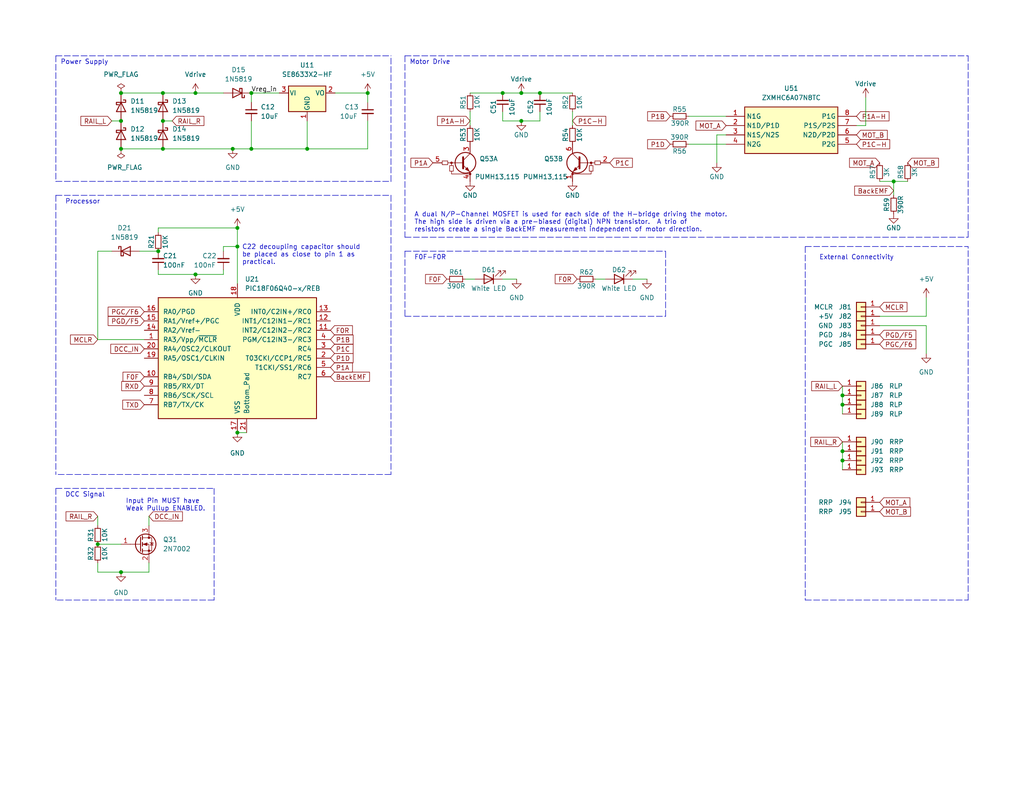
<source format=kicad_sch>
(kicad_sch (version 20211123) (generator eeschema)
  (paper "USLetter")
  (title_block (title "Atlas-N-1A-2-GP40-1") (company "https://github.com/bicknell/DCC-Mobile-Decoder") (comment 1 "4.0 International Public License") (comment 2 "Licensed under the Creative Commons Attribution-NonCommercial "))
  (lib_symbols
    (symbol "Connector_Generic:Conn_01x01" (pin_names (offset 1.016) hide)
      (property "Reference" "J" (at 0 2.54 0))
      (property "Value" "Conn_01x01" (at 0 -2.54 0))
      (symbol "Conn_01x01_1_1"
        (rectangle (start -1.27 0.127) (end 0 -0.127) (stroke (width 0.1524)))
        (rectangle (start -1.27 1.27) (end 1.27 -1.27) (stroke (width 0.254)) (fill (type background)))
        (pin passive line (at -5.08 0 0) (length 3.81) (name "Pin_1") (number "1"))
      )
    )
    (symbol "DCC Project Symbols:PIC18F06Q40-x{slash}REB" (pin_names (offset 1.27))
      (property "Reference" "U" (at -20.32 17.78 0))
      (property "Value" "PIC18F06Q40-x{slash}REB" (at 24.13 -17.78 0))
      (symbol "PIC18F06Q40-x{slash}REB_0_1"
        (rectangle (start -21.59 16.51) (end 21.59 -16.51) (stroke (width 0.254)) (fill (type background)))
      )
      (symbol "PIC18F06Q40-x{slash}REB_1_1"
        (pin bidirectional line (at -25.4 5.08 0) (length 3.81) (name "RA3/Vpp/~{MCLR}") (number "1"))
        (pin bidirectional line (at -25.4 -5.08 0) (length 3.81) (name "RB4/SDI/SDA") (number "10"))
        (pin bidirectional line (at 25.4 7.62 180) (length 3.81) (name "INT2/C12IN2-/RC2") (number "11"))
        (pin bidirectional line (at 25.4 10.16 180) (length 3.81) (name "INT1/C12IN1-/RC1") (number "12"))
        (pin bidirectional line (at 25.4 12.7 180) (length 3.81) (name "INT0/C2IN+/RC0") (number "13"))
        (pin input line (at -25.4 7.62 0) (length 3.81) (name "RA2/Vref-") (number "14"))
        (pin bidirectional line (at -25.4 10.16 0) (length 3.81) (name "RA1/Vref+/PGC") (number "15"))
        (pin bidirectional line (at -25.4 12.7 0) (length 3.81) (name "RA0/PGD") (number "16"))
        (pin power_in line (at 0 -20.32 90) (length 3.81) (name "VSS") (number "17"))
        (pin power_in line (at 0 20.32 270) (length 3.81) (name "VDD") (number "18"))
        (pin bidirectional line (at -25.4 0 0) (length 3.81) (name "RA5/OSC1/CLKIN") (number "19"))
        (pin bidirectional line (at 25.4 0 180) (length 3.81) (name "T03CKI/CCP1/RC5") (number "2"))
        (pin bidirectional line (at -25.4 2.54 0) (length 3.81) (name "RA4/OSC2/CLKOUT") (number "20"))
        (pin power_in line (at 2.54 -20.32 90) (length 3.81) (name "Bottom_Pad") (number "21"))
        (pin bidirectional line (at 25.4 2.54 180) (length 3.81) (name "RC4") (number "3"))
        (pin bidirectional line (at 25.4 5.08 180) (length 3.81) (name "PGM/C12IN3-/RC3") (number "4"))
        (pin bidirectional line (at 25.4 -2.54 180) (length 3.81) (name "T1CKI/SS1/RC6") (number "5"))
        (pin bidirectional line (at 25.4 -5.08 180) (length 3.81) (name "RC7") (number "6"))
        (pin bidirectional line (at -25.4 -12.7 0) (length 3.81) (name "RB7/TX/CK") (number "7"))
        (pin bidirectional line (at -25.4 -10.16 0) (length 3.81) (name "RB6/SCK/SCL") (number "8"))
        (pin bidirectional line (at -25.4 -7.62 0) (length 3.81) (name "RB5/RX/DT") (number "9"))
      )
    )
    (symbol "DCC Project Symbols:ZXMHC6A07N8TC"
      (property "Reference" "U" (at 0 10.16 0))
      (property "Value" "ZXMHC6A07N8TC" (at 1.27 7.62 0))
      (symbol "ZXMHC6A07N8TC_1_1"
        (rectangle (start -11.43 6.35) (end 13.97 -6.35) (stroke (width 0.254)) (fill (type background)))
        (pin passive line (at -16.51 3.81 0) (length 5.08) (name "N1G") (number "1"))
        (pin passive line (at -16.51 1.27 0) (length 5.08) (name "N1D/P1D") (number "2"))
        (pin passive line (at -16.51 -1.27 0) (length 5.08) (name "N1S/N2S") (number "3"))
        (pin passive line (at -16.51 -3.81 0) (length 5.08) (name "N2G") (number "4"))
        (pin passive line (at 19.05 -3.81 180) (length 5.08) (name "P2G") (number "5"))
        (pin passive line (at 19.05 -1.27 180) (length 5.08) (name "N2D/P2D") (number "6"))
        (pin passive line (at 19.05 1.27 180) (length 5.08) (name "P1S/P2S") (number "7"))
        (pin passive line (at 19.05 3.81 180) (length 5.08) (name "P1G") (number "8"))
      )
    )
    (symbol "Device:C_Small" (pin_numbers hide) (pin_names (offset 0.254) hide)
      (property "Reference" "C" (at 0.254 1.778 0))
      (property "Value" "C_Small" (at 0.254 -2.032 0))
      (symbol "C_Small_0_1"
        (polyline (pts (xy -1.524 -0.508) (xy 1.524 -0.508)) (stroke (width 0.3302)))
        (polyline (pts (xy -1.524 0.508) (xy 1.524 0.508)) (stroke (width 0.3048)))
      )
      (symbol "C_Small_1_1"
        (pin passive line (at 0 2.54 270) (length 2.032) (name "~") (number "1"))
        (pin passive line (at 0 -2.54 90) (length 2.032) (name "~") (number "2"))
      )
    )
    (symbol "Device:D_Schottky" (pin_numbers hide) (pin_names (offset 1.016) hide)
      (property "Reference" "D" (at 0 2.54 0))
      (property "Value" "D_Schottky" (at 0 -2.54 0))
      (symbol "D_Schottky_0_1"
        (polyline (pts (xy 1.27 0) (xy -1.27 0)))
        (polyline (pts (xy 1.27 1.27) (xy 1.27 -1.27) (xy -1.27 0) (xy 1.27 1.27)) (stroke (width 0.254)))
        (polyline (pts (xy -1.905 0.635) (xy -1.905 1.27) (xy -1.27 1.27) (xy -1.27 -1.27) (xy -0.635 -1.27) (xy -0.635 -0.635)) (stroke (width 0.254)))
      )
      (symbol "D_Schottky_1_1"
        (pin passive line (at -3.81 0 0) (length 2.54) (name "K") (number "1"))
        (pin passive line (at 3.81 0 180) (length 2.54) (name "A") (number "2"))
      )
    )
    (symbol "Device:LED" (pin_numbers hide) (pin_names (offset 1.016) hide)
      (property "Reference" "D" (at 0 2.54 0))
      (property "Value" "LED" (at 0 -2.54 0))
      (symbol "LED_0_1"
        (polyline (pts (xy -1.27 -1.27) (xy -1.27 1.27)) (stroke (width 0.254)))
        (polyline (pts (xy -1.27 0) (xy 1.27 0)))
        (polyline (pts (xy 1.27 -1.27) (xy 1.27 1.27) (xy -1.27 0) (xy 1.27 -1.27)) (stroke (width 0.254)))
        (polyline (pts (xy -3.048 -0.762) (xy -4.572 -2.286) (xy -3.81 -2.286) (xy -4.572 -2.286) (xy -4.572 -1.524)))
        (polyline (pts (xy -1.778 -0.762) (xy -3.302 -2.286) (xy -2.54 -2.286) (xy -3.302 -2.286) (xy -3.302 -1.524)))
      )
      (symbol "LED_1_1"
        (pin passive line (at -3.81 0 0) (length 2.54) (name "K") (number "1"))
        (pin passive line (at 3.81 0 180) (length 2.54) (name "A") (number "2"))
      )
    )
    (symbol "Device:R_Small" (pin_numbers hide) (pin_names (offset 0.254) hide)
      (property "Reference" "R" (at 0.762 0.508 0))
      (property "Value" "R_Small" (at 0.762 -1.016 0))
      (symbol "R_Small_0_1"
        (rectangle (start -0.762 1.778) (end 0.762 -1.778) (stroke (width 0.2032)))
      )
      (symbol "R_Small_1_1"
        (pin passive line (at 0 2.54 270) (length 0.762) (name "~") (number "1"))
        (pin passive line (at 0 -2.54 90) (length 0.762) (name "~") (number "2"))
      )
    )
    (symbol "Regulator_Linear:AMS1117-5.0" (pin_names (offset 0.254))
      (property "Reference" "U" (at -3.81 3.175 0))
      (property "Value" "AMS1117-5.0" (at 0 3.175 0))
      (symbol "AMS1117-5.0_0_1"
        (rectangle (start -5.08 -5.08) (end 5.08 1.905) (stroke (width 0.254)) (fill (type background)))
      )
      (symbol "AMS1117-5.0_1_1"
        (pin power_in line (at 0 -7.62 90) (length 2.54) (name "GND") (number "1"))
        (pin power_out line (at 7.62 0 180) (length 2.54) (name "VO") (number "2"))
        (pin power_in line (at -7.62 0 0) (length 2.54) (name "VI") (number "3"))
      )
    )
    (symbol "Transistor_BJT:MUN5211DW1" (pin_names hide)
      (property "Reference" "Q" (at 3.81 1.27 0))
      (property "Value" "MUN5211DW1" (at 3.81 -1.27 0))
      (symbol "MUN5211DW1_0_1"
        (rectangle (start -6.35 0.508) (end -4.826 -0.508))
        (rectangle (start -4.318 -2.286) (end -3.302 -0.762))
        (circle (center -3.81 0) (radius 0.254) (fill (type outline)))
        (polyline (pts (xy -3.81 -0.762) (xy -3.81 0)))
        (polyline (pts (xy -0.762 0) (xy -4.826 0)))
        (polyline (pts (xy -0.635 1.524) (xy -0.635 -1.524)) (stroke (width 0.508)))
        (polyline (pts (xy -3.81 -2.286) (xy -3.81 -3.048) (xy 1.27 -3.048)))
        (circle (center 1.27 -3.048) (radius 0.254) (fill (type outline)))
      )
      (symbol "MUN5211DW1_1_1"
        (polyline (pts (xy -0.635 0.635) (xy 1.27 2.54)))
        (polyline (pts (xy -0.635 -0.635) (xy 1.27 -2.54) (xy 1.27 -2.54)))
        (polyline (pts (xy 0 -1.778) (xy 0.508 -1.27) (xy 1.016 -2.286) (xy 0 -1.778) (xy 0 -1.778)) (fill (type outline)))
        (circle (center 0 0) (radius 2.8194) (stroke (width 0.254)))
        (pin passive line (at 1.27 5.08 270) (length 2.54) (name "C1") (number "3"))
        (pin passive line (at 1.27 -5.08 90) (length 2.54) (name "E1") (number "4"))
        (pin input line (at -8.89 0 0) (length 2.54) (name "B1") (number "5"))
      )
      (symbol "MUN5211DW1_2_1"
        (polyline (pts (xy -0.635 0.635) (xy 1.27 2.54)))
        (polyline (pts (xy -0.635 -0.635) (xy 1.27 -2.54) (xy 1.27 -2.54)))
        (polyline (pts (xy 0 -1.778) (xy 0.508 -1.27) (xy 1.016 -2.286) (xy 0 -1.778) (xy 0 -1.778)) (fill (type outline)))
        (circle (center 0 0) (radius 2.8194) (stroke (width 0.254)))
        (pin passive line (at 1.27 -5.08 90) (length 2.54) (name "E2") (number "1"))
        (pin input line (at -8.89 0 0) (length 2.54) (name "B2") (number "2"))
        (pin passive line (at 1.27 5.08 270) (length 2.54) (name "C2") (number "6"))
      )
    )
    (symbol "Transistor_FET:2N7002K" (pin_names hide)
      (property "Reference" "Q" (at 5.08 1.905 0))
      (property "Value" "2N7002K" (at 5.08 0 0))
      (symbol "2N7002K_0_1"
        (polyline (pts (xy 0.254 0) (xy -2.54 0)))
        (polyline (pts (xy 0.254 1.905) (xy 0.254 -1.905)) (stroke (width 0.254)))
        (polyline (pts (xy 0.762 -1.27) (xy 0.762 -2.286)) (stroke (width 0.254)))
        (polyline (pts (xy 0.762 0.508) (xy 0.762 -0.508)) (stroke (width 0.254)))
        (polyline (pts (xy 0.762 2.286) (xy 0.762 1.27)) (stroke (width 0.254)))
        (polyline (pts (xy 2.54 2.54) (xy 2.54 1.778)))
        (polyline (pts (xy 2.54 -2.54) (xy 2.54 0) (xy 0.762 0)))
        (polyline (pts (xy 0.762 -1.778) (xy 3.302 -1.778) (xy 3.302 1.778) (xy 0.762 1.778)))
        (polyline (pts (xy 1.016 0) (xy 2.032 0.381) (xy 2.032 -0.381) (xy 1.016 0)) (fill (type outline)))
        (polyline (pts (xy 2.794 0.508) (xy 2.921 0.381) (xy 3.683 0.381) (xy 3.81 0.254)))
        (polyline (pts (xy 3.302 0.381) (xy 2.921 -0.254) (xy 3.683 -0.254) (xy 3.302 0.381)))
        (circle (center 1.651 0) (radius 2.794) (stroke (width 0.254)))
        (circle (center 2.54 -1.778) (radius 0.254) (fill (type outline)))
        (circle (center 2.54 1.778) (radius 0.254) (fill (type outline)))
      )
      (symbol "2N7002K_1_1"
        (pin input line (at -5.08 0 0) (length 2.54) (name "G") (number "1"))
        (pin passive line (at 2.54 -5.08 90) (length 2.54) (name "S") (number "2"))
        (pin passive line (at 2.54 5.08 270) (length 2.54) (name "D") (number "3"))
      )
    )
    (symbol "power:+5V" (power) (pin_names (offset 0))
      (property "Value" "+5V" (at 0 3.556 0))
      (symbol "+5V_0_1"
        (polyline (pts (xy -0.762 1.27) (xy 0 2.54)))
        (polyline (pts (xy 0 0) (xy 0 2.54)))
        (polyline (pts (xy 0 2.54) (xy 0.762 1.27)))
      )
      (symbol "+5V_1_1"
        (pin power_in line (at 0 0 90) (length 0) hide (name "+5V") (number "1"))
      )
    )
    (symbol "power:GND" (power) (pin_names (offset 0))
      (property "Value" "GND" (at 0 -3.81 0))
      (symbol "GND_0_1"
        (polyline (pts (xy 0 0) (xy 0 -1.27) (xy 1.27 -1.27) (xy 0 -2.54) (xy -1.27 -1.27) (xy 0 -1.27)))
      )
      (symbol "GND_1_1"
        (pin power_in line (at 0 0 270) (length 0) hide (name "GND") (number "1"))
      )
    )
    (symbol "power:PWR_FLAG" (power) (pin_numbers hide) (pin_names (offset 0) hide)
      (property "Value" "PWR_FLAG" (at 0 3.81 0))
      (symbol "PWR_FLAG_0_0"
        (pin power_out line (at 0 0 90) (length 0) (name "pwr") (number "1"))
      )
      (symbol "PWR_FLAG_0_1"
        (polyline (pts (xy 0 0) (xy 0 1.27) (xy -1.016 1.905) (xy 0 2.54) (xy 1.016 1.905) (xy 0 1.27)))
      )
    )
    (symbol "power:Vdrive" (power) (pin_names (offset 0))
      (property "Value" "Vdrive" (at 0 3.81 0))
      (symbol "Vdrive_0_1"
        (polyline (pts (xy -0.762 1.27) (xy 0 2.54)))
        (polyline (pts (xy 0 0) (xy 0 2.54)))
        (polyline (pts (xy 0 2.54) (xy 0.762 1.27)))
      )
      (symbol "Vdrive_1_1"
        (pin power_in line (at 0 0 90) (length 0) hide (name "Vdrive") (number "1"))
      )
    )
  )
  (junction (at 229.87 125.73))
  (junction (at 53.34 25.4))
  (junction (at 137.16 25.4))
  (junction (at 44.45 25.4))
  (junction (at 64.77 118.11))
  (junction (at 33.02 25.4))
  (junction (at 100.33 25.4))
  (junction (at 44.45 33.02))
  (junction (at 147.32 25.4))
  (junction (at 229.87 123.19))
  (junction (at 43.18 68.58))
  (junction (at 68.58 40.64))
  (junction (at 243.84 49.53))
  (junction (at 229.87 110.49))
  (junction (at 142.24 25.4))
  (junction (at 229.87 107.95))
  (junction (at 64.77 67.31))
  (junction (at 26.67 148.59))
  (junction (at 44.45 40.64))
  (junction (at 142.24 33.02))
  (junction (at 64.77 62.23))
  (junction (at 33.02 33.02))
  (junction (at 68.58 25.4))
  (junction (at 63.5 40.64))
  (junction (at 33.02 40.64))
  (junction (at 33.02 156.21))
  (junction (at 83.82 40.64))
  (junction (at 53.34 74.93))
  (wire (pts (xy 26.67 92.71) (xy 39.37 92.71)))
  (wire (pts (xy 91.44 25.4) (xy 100.33 25.4)))
  (polyline (pts (xy 58.42 163.83) (xy 15.24 163.83)))
  (wire (pts (xy 83.82 40.64) (xy 83.82 33.02)))
  (wire (pts (xy 187.96 31.75) (xy 198.12 31.75)))
  (wire (pts (xy 64.77 67.31) (xy 64.77 77.47)))
  (wire (pts (xy 147.32 30.48) (xy 147.32 33.02)))
  (wire (pts (xy 26.67 153.67) (xy 26.67 156.21)))
  (wire (pts (xy 26.67 148.59) (xy 33.02 148.59)))
  (wire (pts (xy 147.32 33.02) (xy 142.24 33.02)))
  (wire (pts (xy 252.73 88.9) (xy 252.73 96.52)))
  (wire (pts (xy 68.58 33.02) (xy 68.58 40.64)))
  (polyline (pts (xy 15.24 133.35) (xy 15.24 163.83)))
  (wire (pts (xy 33.02 40.64) (xy 44.45 40.64)))
  (wire (pts (xy 53.34 25.4) (xy 60.96 25.4)))
  (wire (pts (xy 26.67 68.58) (xy 30.48 68.58)))
  (polyline (pts (xy 110.49 68.58) (xy 110.49 86.36)))
  (wire (pts (xy 162.56 76.2) (xy 165.1 76.2)))
  (wire (pts (xy 240.03 88.9) (xy 252.73 88.9)))
  (polyline (pts (xy 110.49 86.36) (xy 181.61 86.36)))
  (wire (pts (xy 40.64 153.67) (xy 40.64 156.21)))
  (polyline (pts (xy 181.61 86.36) (xy 181.61 68.58)))
  (wire (pts (xy 252.73 86.36) (xy 252.73 81.28)))
  (wire (pts (xy 53.34 74.93) (xy 43.18 74.93)))
  (wire (pts (xy 240.03 49.53) (xy 243.84 49.53)))
  (wire (pts (xy 60.96 74.93) (xy 53.34 74.93)))
  (polyline (pts (xy 219.71 67.31) (xy 264.16 67.31)))
  (wire (pts (xy 43.18 63.5) (xy 43.18 62.23)))
  (wire (pts (xy 40.64 140.97) (xy 40.64 143.51)))
  (wire (pts (xy 40.64 156.21) (xy 33.02 156.21)))
  (wire (pts (xy 83.82 40.64) (xy 100.33 40.64)))
  (polyline (pts (xy 264.16 163.83) (xy 264.16 67.31)))
  (wire (pts (xy 229.87 125.73) (xy 229.87 128.27)))
  (polyline (pts (xy 110.49 64.77) (xy 264.16 64.77)))
  (polyline (pts (xy 219.71 67.31) (xy 219.71 163.83)))
  (wire (pts (xy 128.27 34.29) (xy 128.27 30.48)))
  (wire (pts (xy 172.72 76.2) (xy 176.53 76.2)))
  (wire (pts (xy 64.77 62.23) (xy 64.77 67.31)))
  (wire (pts (xy 233.68 34.29) (xy 236.22 34.29)))
  (polyline (pts (xy 219.71 163.83) (xy 264.16 163.83)))
  (wire (pts (xy 229.87 105.41) (xy 229.87 107.95)))
  (wire (pts (xy 60.96 68.58) (xy 60.96 67.31)))
  (wire (pts (xy 137.16 30.48) (xy 137.16 33.02)))
  (wire (pts (xy 229.87 110.49) (xy 229.87 113.03)))
  (wire (pts (xy 68.58 25.4) (xy 76.2 25.4)))
  (wire (pts (xy 100.33 33.02) (xy 100.33 40.64)))
  (polyline (pts (xy 264.16 64.77) (xy 264.16 15.24)))
  (wire (pts (xy 44.45 40.64) (xy 63.5 40.64)))
  (polyline (pts (xy 110.49 68.58) (xy 181.61 68.58)))
  (wire (pts (xy 68.58 40.64) (xy 83.82 40.64)))
  (polyline (pts (xy 110.49 15.24) (xy 264.16 15.24)))
  (wire (pts (xy 236.22 34.29) (xy 236.22 26.67)))
  (wire (pts (xy 68.58 40.64) (xy 63.5 40.64)))
  (wire (pts (xy 229.87 120.65) (xy 229.87 123.19)))
  (wire (pts (xy 26.67 156.21) (xy 33.02 156.21)))
  (wire (pts (xy 229.87 123.19) (xy 229.87 125.73)))
  (polyline (pts (xy 110.49 15.24) (xy 110.49 64.77)))
  (wire (pts (xy 30.48 33.02) (xy 33.02 33.02)))
  (polyline (pts (xy 15.24 15.24) (xy 106.68 15.24)))
  (wire (pts (xy 198.12 36.83) (xy 195.58 36.83)))
  (wire (pts (xy 127 76.2) (xy 129.54 76.2)))
  (wire (pts (xy 44.45 25.4) (xy 53.34 25.4)))
  (wire (pts (xy 44.45 33.02) (xy 46.99 33.02)))
  (wire (pts (xy 187.96 39.37) (xy 198.12 39.37)))
  (wire (pts (xy 38.1 68.58) (xy 43.18 68.58)))
  (wire (pts (xy 243.84 49.53) (xy 243.84 53.34)))
  (wire (pts (xy 240.03 86.36) (xy 252.73 86.36)))
  (wire (pts (xy 33.02 25.4) (xy 44.45 25.4)))
  (wire (pts (xy 137.16 33.02) (xy 142.24 33.02)))
  (polyline (pts (xy 15.24 15.24) (xy 15.24 49.53)))
  (polyline (pts (xy 106.68 49.53) (xy 106.68 15.24)))
  (wire (pts (xy 137.16 76.2) (xy 140.97 76.2)))
  (polyline (pts (xy 15.24 133.35) (xy 58.42 133.35)))
  (polyline (pts (xy 106.68 129.54) (xy 15.24 129.54)))
  (polyline (pts (xy 15.24 53.34) (xy 15.24 129.54)))
  (wire (pts (xy 100.33 27.94) (xy 100.33 25.4)))
  (wire (pts (xy 229.87 107.95) (xy 229.87 110.49)))
  (wire (pts (xy 147.32 25.4) (xy 156.21 25.4)))
  (wire (pts (xy 128.27 25.4) (xy 137.16 25.4)))
  (wire (pts (xy 64.77 118.11) (xy 67.31 118.11)))
  (polyline (pts (xy 58.42 133.35) (xy 58.42 163.83)))
  (wire (pts (xy 60.96 67.31) (xy 64.77 67.31)))
  (wire (pts (xy 195.58 36.83) (xy 195.58 44.45)))
  (wire (pts (xy 142.24 25.4) (xy 147.32 25.4)))
  (wire (pts (xy 43.18 62.23) (xy 64.77 62.23)))
  (wire (pts (xy 60.96 73.66) (xy 60.96 74.93)))
  (wire (pts (xy 26.67 68.58) (xy 26.67 92.71)))
  (wire (pts (xy 243.84 49.53) (xy 247.65 49.53)))
  (wire (pts (xy 26.67 140.97) (xy 26.67 143.51)))
  (wire (pts (xy 43.18 74.93) (xy 43.18 73.66)))
  (wire (pts (xy 68.58 27.94) (xy 68.58 25.4)))
  (polyline (pts (xy 15.24 53.34) (xy 106.68 53.34)))
  (wire (pts (xy 156.21 34.29) (xy 156.21 30.48)))
  (polyline (pts (xy 106.68 53.34) (xy 106.68 129.54)))
  (wire (pts (xy 137.16 25.4) (xy 142.24 25.4)))
  (polyline (pts (xy 15.24 49.53) (xy 106.68 49.53)))
  (text "DCC Signal" (at 17.78 135.89 0) (effects (font (size 1.27 1.27)) (justify left bottom)))
  (text "F0F-F0R" (at 113.03 71.12 0) (effects (font (size 1.27 1.27)) (justify left bottom)))
  (text "Input Pin MUST have\nWeak Pullup ENABLED." (at 34.29 139.7 0) (effects (font (size 1.27 1.27)) (justify left bottom)))
  (text "Power Supply" (at 16.51 17.78 0) (effects (font (size 1.27 1.27)) (justify left bottom)))
  (text "External Connectivity" (at 223.52 71.12 0) (effects (font (size 1.27 1.27)) (justify left bottom)))
  (text "Motor Drive" (at 111.76 17.78 0) (effects (font (size 1.27 1.27)) (justify left bottom)))
  (text "C22 decoupling capacitor should\nbe placed as close to pin 1 as\npractical." (at 66.04 72.39 0) (effects (font (size 1.27 1.27)) (justify left bottom)))
  (text "A dual N/P-Channel MOSFET is used for each side of the H-bridge driving the motor.\nThe high side is driven via a pre-biased (digital) NPN transistor.  A trio of\nresistors create a single BackEMF measurement independent of motor direction." (at 113.03 63.5 0) (effects (font (size 1.27 1.27)) (justify left bottom)))
  (text "Processor" (at 17.78 55.88 0) (effects (font (size 1.27 1.27)) (justify left bottom)))
  (label "Vreg_in" (at 68.58 25.4 0))
  (global_label "PGD{slash}F5" (shape input) (at 39.37 87.63 180) (property "Intersheet References" "${INTERSHEET_REFS}" (effects hide)))
  (global_label "RAIL_L" (shape input) (at 30.48 33.02 180) (property "Intersheet References" "${INTERSHEET_REFS}" (effects hide)))
  (global_label "P1A" (shape input) (at 90.17 100.33 0) (property "Intersheet References" "${INTERSHEET_REFS}" (effects hide)))
  (global_label "RAIL_R" (shape input) (at 229.87 120.65 180) (property "Intersheet References" "${INTERSHEET_REFS}" (effects hide)))
  (global_label "MOT_B" (shape input) (at 233.68 36.83 0) (property "Intersheet References" "${INTERSHEET_REFS}" (effects hide)))
  (global_label "BackEMF" (shape input) (at 243.84 52.07 180) (property "Intersheet References" "${INTERSHEET_REFS}" (effects hide)))
  (global_label "MCLR" (shape input) (at 26.67 92.71 180) (property "Intersheet References" "${INTERSHEET_REFS}" (effects hide)))
  (global_label "MCLR" (shape input) (at 240.03 83.82 0) (property "Intersheet References" "${INTERSHEET_REFS}" (effects hide)))
  (global_label "P1B" (shape input) (at 90.17 92.71 0) (property "Intersheet References" "${INTERSHEET_REFS}" (effects hide)))
  (global_label "P1A" (shape input) (at 118.11 44.45 180) (property "Intersheet References" "${INTERSHEET_REFS}" (effects hide)))
  (global_label "P1C-H" (shape input) (at 156.21 33.02 0) (property "Intersheet References" "${INTERSHEET_REFS}" (effects hide)))
  (global_label "F0R" (shape input) (at 157.48 76.2 180) (property "Intersheet References" "${INTERSHEET_REFS}" (effects hide)))
  (global_label "P1D" (shape input) (at 90.17 97.79 0) (property "Intersheet References" "${INTERSHEET_REFS}" (effects hide)))
  (global_label "PGD{slash}F5" (shape input) (at 240.03 91.44 0) (property "Intersheet References" "${INTERSHEET_REFS}" (effects hide)))
  (global_label "MOT_A" (shape input) (at 240.03 44.45 180) (property "Intersheet References" "${INTERSHEET_REFS}" (effects hide)))
  (global_label "RXD" (shape input) (at 39.37 105.41 180) (property "Intersheet References" "${INTERSHEET_REFS}" (effects hide)))
  (global_label "F0R" (shape input) (at 90.17 90.17 0) (property "Intersheet References" "${INTERSHEET_REFS}" (effects hide)))
  (global_label "F0F" (shape input) (at 39.37 102.87 180) (property "Intersheet References" "${INTERSHEET_REFS}" (effects hide)))
  (global_label "RAIL_R" (shape input) (at 46.99 33.02 0) (property "Intersheet References" "${INTERSHEET_REFS}" (effects hide)))
  (global_label "P1C-H" (shape input) (at 233.68 39.37 0) (property "Intersheet References" "${INTERSHEET_REFS}" (effects hide)))
  (global_label "PGC{slash}F6" (shape input) (at 39.37 85.09 180) (property "Intersheet References" "${INTERSHEET_REFS}" (effects hide)))
  (global_label "DCC_IN" (shape input) (at 40.64 140.97 0) (property "Intersheet References" "${INTERSHEET_REFS}" (effects hide)))
  (global_label "MOT_B" (shape input) (at 240.03 139.7 0) (property "Intersheet References" "${INTERSHEET_REFS}" (effects hide)))
  (global_label "RAIL_R" (shape input) (at 26.67 140.97 180) (property "Intersheet References" "${INTERSHEET_REFS}" (effects hide)))
  (global_label "P1D" (shape input) (at 182.88 39.37 180) (property "Intersheet References" "${INTERSHEET_REFS}" (effects hide)))
  (global_label "BackEMF" (shape input) (at 90.17 102.87 0) (property "Intersheet References" "${INTERSHEET_REFS}" (effects hide)))
  (global_label "P1A-H" (shape input) (at 128.27 33.02 180) (property "Intersheet References" "${INTERSHEET_REFS}" (effects hide)))
  (global_label "F0F" (shape input) (at 121.92 76.2 180) (property "Intersheet References" "${INTERSHEET_REFS}" (effects hide)))
  (global_label "P1C" (shape input) (at 90.17 95.25 0) (property "Intersheet References" "${INTERSHEET_REFS}" (effects hide)))
  (global_label "P1A-H" (shape input) (at 233.68 31.75 0) (property "Intersheet References" "${INTERSHEET_REFS}" (effects hide)))
  (global_label "DCC_IN" (shape input) (at 39.37 95.25 180) (property "Intersheet References" "${INTERSHEET_REFS}" (effects hide)))
  (global_label "MOT_A" (shape input) (at 198.12 34.29 180) (property "Intersheet References" "${INTERSHEET_REFS}" (effects hide)))
  (global_label "MOT_B" (shape input) (at 247.65 44.45 0) (property "Intersheet References" "${INTERSHEET_REFS}" (effects hide)))
  (global_label "RAIL_L" (shape input) (at 229.87 105.41 180) (property "Intersheet References" "${INTERSHEET_REFS}" (effects hide)))
  (global_label "PGC{slash}F6" (shape input) (at 240.03 93.98 0) (property "Intersheet References" "${INTERSHEET_REFS}" (effects hide)))
  (global_label "P1C" (shape input) (at 166.37 44.45 0) (property "Intersheet References" "${INTERSHEET_REFS}" (effects hide)))
  (global_label "P1B" (shape input) (at 182.88 31.75 180) (property "Intersheet References" "${INTERSHEET_REFS}" (effects hide)))
  (global_label "TXD" (shape input) (at 39.37 110.49 180) (property "Intersheet References" "${INTERSHEET_REFS}" (effects hide)))
  (global_label "MOT_A" (shape input) (at 240.03 137.16 0) (property "Intersheet References" "${INTERSHEET_REFS}" (effects hide)))
  (symbol (lib_id "Transistor_FET:2N7002K") (at 38.1 148.59 0) (unit 1)
    (property "Reference" "Q31" (at 44.45 147.3199 0) (effects (justify left)))
    (property "Value" "2N7002" (at 44.45 149.8599 0) (effects (justify left)))
    (property "Footprint" "Package_TO_SOT_SMD:SOT-23" (effects hide))
    (property "Datasheet" "https://datasheet.lcsc.com/lcsc/2304140030_Jiangsu-Changjing-Electronics-Technology-Co---Ltd--2N7002_C8545.pdf" (effects hide))
    (property "Specification" "SOT-23 60V 340mA 0.9Ω@10V,500mA 0.35W 1.3V@1mA N Channel " (effects hide))
    (property "Cost" "0.01" (effects hide))
    (property "LCSC" "C8545" (effects hide))
    (property "MPN" "2N7002" (effects hide))
  )
  (symbol (lib_id "power:Vdrive") (at 142.24 25.4 0) (unit 1)
    (property "Reference" "#PWR051" (effects hide))
    (property "Value" "Vdrive" (at 142.24 21.59 0))
  )
  (symbol (lib_id "Device:D_Schottky") (at 34.29 68.58 0) (unit 1)
    (property "Reference" "D21" (at 33.9725 62.23 0))
    (property "Value" "1N5819" (at 33.9725 64.77 0))
    (property "Footprint" "Diode_SMD:D_SOD-323" (effects hide))
    (property "Datasheet" "https://datasheet.lcsc.com/lcsc/2204281430_Guangdong-Hottech-1N5819WS_C191023.pdf" (effects hide))
    (property "Specification" "SOD-323, 40V, 1A Schottky barrier rectifier diode" (effects hide))
    (property "Cost" "0.01" (effects hide))
    (property "LCSC" "C191023" (effects hide))
    (property "MPN" "1N5819WS" (effects hide))
  )
  (symbol (lib_id "Device:C_Small") (at 43.18 71.12 180) (unit 1)
    (property "Reference" "C21" (at 44.45 69.85 0) (effects (justify right)))
    (property "Value" "100nF" (at 44.45 72.39 0) (effects (justify right)))
    (property "Footprint" "Capacitor_SMD:C_0402_1005Metric" (effects hide))
    (property "Datasheet" "Generic Passive" (effects hide))
    (property "Specification" "0805 50V 100nF X7R 10%" (effects hide))
    (property "Cost" "0.01" (effects hide))
    (property "LCSC" "C49678" (effects hide))
    (property "MPN" "Generic" (effects hide))
  )
  (symbol (lib_id "power:GND") (at 195.58 44.45 0) (unit 1)
    (property "Reference" "#PWR0102" (effects hide))
    (property "Value" "GND" (at 195.58 48.26 0))
  )
  (symbol (lib_id "Connector_Generic:Conn_01x01") (at 234.95 125.73 0) (unit 1)
    (property "Reference" "J92" (at 237.49 125.73 0) (effects (justify left)))
    (property "Value" "RRP" (at 242.57 125.73 0) (effects (justify left)))
    (property "Footprint" "DCC Project Footprints:EP-1.5mmx3mm" (effects hide))
  )
  (symbol (lib_id "Device:D_Schottky") (at 33.02 36.83 270) (unit 1)
    (property "Reference" "D12" (at 35.56 35.2424 90) (effects (justify left)))
    (property "Value" "1N5819" (at 35.56 37.7824 90) (effects (justify left)))
    (property "Footprint" "Diode_SMD:D_SOD-323" (effects hide))
    (property "Datasheet" "https://datasheet.lcsc.com/lcsc/2204281430_Guangdong-Hottech-1N5819WS_C191023.pdf" (effects hide))
    (property "Specification" "SOD-323, 40V, 1A Schottky barrier rectifier diode" (effects hide))
    (property "Cost" "0.01" (effects hide))
    (property "LCSC" "C191023" (effects hide))
    (property "MPN" "1N5819WS" (effects hide))
  )
  (symbol (lib_id "Connector_Generic:Conn_01x01") (at 234.95 107.95 0) (unit 1)
    (property "Reference" "J87" (at 237.49 107.95 0) (effects (justify left)))
    (property "Value" "RLP" (at 242.57 107.95 0) (effects (justify left)))
    (property "Footprint" "DCC Project Footprints:EP-1.5mmx3mm" (effects hide))
  )
  (symbol (lib_id "power:GND") (at 64.77 118.11 0) (unit 1)
    (property "Reference" "#PWR023" (effects hide))
    (property "Value" "GND" (at 64.77 123.698 0))
  )
  (symbol (lib_id "Device:C_Small") (at 100.33 30.48 0) (unit 1)
    (property "Reference" "C13" (at 93.98 29.21 0) (effects (justify left)))
    (property "Value" "10uF" (at 92.71 31.75 0) (effects (justify left)))
    (property "Footprint" "Capacitor_SMD:C_0805_2012Metric" (effects hide))
    (property "Datasheet" "Generic Passive" (effects hide))
    (property "Specification" "0805 50V 10uF X5R 10%" (effects hide))
    (property "Cost" "0.01" (effects hide))
    (property "LCSC" "C440198" (effects hide))
    (property "MPN" "Generic" (effects hide))
  )
  (symbol (lib_id "Device:R_Small") (at 26.67 146.05 0) (mirror y) (unit 1)
    (property "Reference" "R31" (at 24.765 146.05 90))
    (property "Value" "10K" (at 28.575 146.05 90))
    (property "Footprint" "Resistor_SMD:R_0402_1005Metric" (effects hide))
    (property "Datasheet" "Generic Passive" (effects hide))
    (property "Specification" "0805 10K Ω 1% 1/8W" (effects hide))
    (property "Cost" "0.01" (effects hide))
    (property "LCSC" "C17414" (effects hide))
    (property "MPN" "Generic" (effects hide))
  )
  (symbol (lib_id "power:GND") (at 252.73 96.52 0) (unit 1)
    (property "Reference" "#PWR0106" (effects hide))
    (property "Value" "GND" (at 252.73 101.6 0))
  )
  (symbol (lib_id "power:PWR_FLAG") (at 33.02 40.64 180) (unit 1)
    (property "Reference" "#FLG0101" (effects hide))
    (property "Value" "PWR_FLAG" (at 29.21 45.72 0) (effects (justify right)))
  )
  (symbol (lib_id "Device:R_Small") (at 243.84 55.88 180) (unit 1)
    (property "Reference" "R59" (at 241.935 55.88 90))
    (property "Value" "390R" (at 245.745 55.88 90))
    (property "Footprint" "Resistor_SMD:R_0402_1005Metric" (effects hide))
    (property "Datasheet" "Generic Passive" (effects hide))
    (property "Specification" "0805 390 Ω 1% 1/8W" (effects hide))
    (property "Cost" "0.01" (effects hide))
    (property "LCSC" "C17655" (effects hide))
    (property "MPN" "Generic" (effects hide))
  )
  (symbol (lib_id "Regulator_Linear:AMS1117-5.0") (at 83.82 25.4 0) (unit 1)
    (property "Reference" "U11" (at 83.82 17.78 0))
    (property "Value" "SE8633X2-HF" (at 83.82 20.32 0))
    (property "Footprint" "Package_TO_SOT_SMD:SOT-23" (effects hide))
    (property "Datasheet" "https://datasheet.lcsc.com/lcsc/2203221230_Seaward-Elec-SE8633X2-HF_C496613.pdf" (effects hide))
    (property "Specification" "SOT-23 200mA Fixed 3.3V 80VLDO" (effects hide))
    (property "Cost" "0.13" (effects hide))
    (property "LCSC" "C496613" (effects hide))
    (property "MPN" "SE8633X2-HF" (effects hide))
  )
  (symbol (lib_id "power:Vdrive") (at 53.34 25.4 0) (unit 1)
    (property "Reference" "#PWR0103" (effects hide))
    (property "Value" "Vdrive" (at 53.34 20.32 0))
  )
  (symbol (lib_id "Connector_Generic:Conn_01x01") (at 234.95 120.65 0) (unit 1)
    (property "Reference" "J90" (at 237.49 120.65 0) (effects (justify left)))
    (property "Value" "RRP" (at 242.57 120.65 0) (effects (justify left)))
    (property "Footprint" "DCC Project Footprints:EP-1.5mmx3mm" (effects hide))
  )
  (symbol (lib_id "power:GND") (at 53.34 74.93 0) (unit 1)
    (property "Reference" "#PWR021" (effects hide))
    (property "Value" "GND" (at 53.34 80.01 0))
  )
  (symbol (lib_id "Device:LED") (at 168.91 76.2 180) (unit 1)
    (property "Reference" "D62" (at 168.91 73.66 0))
    (property "Value" "White LED" (at 168.91 78.74 0))
    (property "Footprint" "LED_SMD:LED_0402_1005Metric" (effects hide))
    (property "Datasheet" "https://datasheet.lcsc.com/lcsc/2305091500_Hubei-KENTO-Elec-C34499_C34499.pdf" (effects hide))
    (property "Specification" "0805, Bright White, 25ma, Vf 2.9v" (effects hide))
    (property "Cost" "0.01" (effects hide))
    (property "LCSC" "C34499" (effects hide))
    (property "MPN" "KT-0805-W" (effects hide))
  )
  (symbol (lib_id "Device:R_Small") (at 156.21 27.94 180) (unit 1)
    (property "Reference" "R52" (at 154.305 27.94 90))
    (property "Value" "10K" (at 158.115 27.94 90))
    (property "Footprint" "Resistor_SMD:R_0402_1005Metric" (effects hide))
    (property "Datasheet" "Generic Passive" (effects hide))
    (property "Specification" "0805 10K Ω 1% 1/8W" (effects hide))
    (property "Cost" "0.01" (effects hide))
    (property "LCSC" "C17414" (effects hide))
    (property "MPN" "Generic" (effects hide))
  )
  (symbol (lib_id "Connector_Generic:Conn_01x01") (at 234.95 123.19 0) (unit 1)
    (property "Reference" "J91" (at 237.49 123.19 0) (effects (justify left)))
    (property "Value" "RRP" (at 242.57 123.19 0) (effects (justify left)))
    (property "Footprint" "DCC Project Footprints:EP-1.5mmx3mm" (effects hide))
  )
  (symbol (lib_id "Connector_Generic:Conn_01x01") (at 234.95 113.03 0) (unit 1)
    (property "Reference" "J89" (at 237.49 113.03 0) (effects (justify left)))
    (property "Value" "RLP" (at 242.57 113.03 0) (effects (justify left)))
    (property "Footprint" "DCC Project Footprints:EP-1.5mmx3mm" (effects hide))
  )
  (symbol (lib_id "power:GND") (at 140.97 76.2 0) (unit 1)
    (property "Reference" "#PWR061" (effects hide))
    (property "Value" "GND" (at 140.97 81.28 0))
  )
  (symbol (lib_id "Device:R_Small") (at 128.27 27.94 180) (unit 1)
    (property "Reference" "R51" (at 126.365 27.94 90))
    (property "Value" "10K" (at 130.175 27.813 90))
    (property "Footprint" "Resistor_SMD:R_0402_1005Metric" (effects hide))
    (property "Datasheet" "Generic Passive" (effects hide))
    (property "Specification" "0805 10K Ω 1% 1/8W" (effects hide))
    (property "Cost" "0.01" (effects hide))
    (property "LCSC" "C17414" (effects hide))
    (property "MPN" "Generic" (effects hide))
  )
  (symbol (lib_id "DCC Project Symbols:ZXMHC6A07N8TC") (at 214.63 35.56 0) (unit 1)
    (property "Reference" "U51" (at 215.9 24.13 0))
    (property "Value" "ZXMHC6A07N8TC" (at 215.9 26.67 0))
    (property "Footprint" "Package_SO:SOIC-8_3.9x4.9mm_P1.27mm" (effects hide))
    (property "Datasheet" "https://www.diodes.com/assets/Datasheets/ZXMHC6A07N8.pdf" (effects hide))
  )
  (symbol (lib_id "power:+5V") (at 252.73 81.28 0) (unit 1)
    (property "Reference" "#PWR0107" (effects hide))
    (property "Value" "+5V" (at 252.73 76.2 0))
  )
  (symbol (lib_id "Transistor_BJT:MUN5211DW1") (at 127 44.45 0) (unit 1)
    (property "Reference" "Q53" (at 130.81 43.3577 0) (effects (justify left)))
    (property "Value" "PUMH13,115" (at 129.54 48.26 0) (effects (justify left)))
    (property "Footprint" "Package_TO_SOT_SMD:SOT-363_SC-70-6" (effects hide))
    (property "Datasheet" "https://datasheet.lcsc.com/lcsc/2304140030_Nexperia-PUMH13-115_C426875.pdf" (effects hide))
    (property "Cost" "0.06" (effects hide))
    (property "LCSC" "C426875" (effects hide))
    (property "MPN" "PUMH13,115" (effects hide))
    (property "Specification" "100@10mA,5V 2 NPN - Pre-Biased 300mW 100mA 50V 1uA SOT-323-6 Digital Transistors" (effects hide))
  )
  (symbol (lib_id "Connector_Generic:Conn_01x01") (at 234.95 88.9 180) (unit 1)
    (property "Reference" "J83" (at 232.41 88.9 0) (effects (justify left)))
    (property "Value" "GND" (at 227.33 88.9 0) (effects (justify left)))
    (property "Footprint" "DCC Project Footprints:EP-1.5mmx3mm" (effects hide))
  )
  (symbol (lib_id "Device:R_Small") (at 128.27 36.83 180) (unit 1)
    (property "Reference" "R53" (at 126.365 36.83 90))
    (property "Value" "10K" (at 130.175 36.703 90))
    (property "Footprint" "Resistor_SMD:R_0402_1005Metric" (effects hide))
    (property "Datasheet" "Generic Passive" (effects hide))
    (property "Specification" "0805 10K Ω 1% 1/8W" (effects hide))
    (property "Cost" "0.01" (effects hide))
    (property "LCSC" "C17414" (effects hide))
    (property "MPN" "Generic" (effects hide))
  )
  (symbol (lib_id "Device:LED") (at 133.35 76.2 180) (unit 1)
    (property "Reference" "D61" (at 133.35 73.66 0))
    (property "Value" "White LED" (at 133.35 78.74 0))
    (property "Footprint" "LED_SMD:LED_0402_1005Metric" (effects hide))
    (property "Datasheet" "https://datasheet.lcsc.com/lcsc/2305091500_Hubei-KENTO-Elec-C34499_C34499.pdf" (effects hide))
    (property "Specification" "0805, Bright White, 25ma, Vf 2.9v" (effects hide))
    (property "Cost" "0.01" (effects hide))
    (property "LCSC" "C34499" (effects hide))
    (property "MPN" "KT-0805-W" (effects hide))
  )
  (symbol (lib_id "Device:R_Small") (at 26.67 151.13 0) (mirror y) (unit 1)
    (property "Reference" "R32" (at 24.765 151.13 90))
    (property "Value" "10K" (at 28.575 151.13 90))
    (property "Footprint" "Resistor_SMD:R_0402_1005Metric" (effects hide))
    (property "Datasheet" "Generic Passive" (effects hide))
    (property "Specification" "0805 10K Ω 1% 1/8W" (effects hide))
    (property "Cost" "0.01" (effects hide))
    (property "LCSC" "C17414" (effects hide))
    (property "MPN" "Generic" (effects hide))
  )
  (symbol (lib_id "power:GND") (at 156.21 49.53 0) (unit 1)
    (property "Reference" "#PWR054" (effects hide))
    (property "Value" "GND" (at 156.21 53.34 0))
  )
  (symbol (lib_id "Device:D_Schottky") (at 44.45 36.83 270) (unit 1)
    (property "Reference" "D14" (at 46.99 35.2424 90) (effects (justify left)))
    (property "Value" "1N5819" (at 46.99 37.7824 90) (effects (justify left)))
    (property "Footprint" "Diode_SMD:D_SOD-323" (effects hide))
    (property "Datasheet" "https://datasheet.lcsc.com/lcsc/2204281430_Guangdong-Hottech-1N5819WS_C191023.pdf" (effects hide))
    (property "Specification" "SOD-323, 40V, 1A Schottky barrier rectifier diode" (effects hide))
    (property "Cost" "0.01" (effects hide))
    (property "LCSC" "C191023" (effects hide))
    (property "MPN" "1N5819WS" (effects hide))
  )
  (symbol (lib_id "power:GND") (at 243.84 58.42 0) (unit 1)
    (property "Reference" "#PWR055" (effects hide))
    (property "Value" "GND" (at 243.84 62.23 0))
  )
  (symbol (lib_id "power:Vdrive") (at 236.22 26.67 0) (unit 1)
    (property "Reference" "#PWR0104" (effects hide))
    (property "Value" "Vdrive" (at 236.22 22.86 0))
  )
  (symbol (lib_id "Connector_Generic:Conn_01x01") (at 234.95 137.16 180) (unit 1)
    (property "Reference" "J94" (at 232.41 137.16 0) (effects (justify left)))
    (property "Value" "RRP" (at 227.33 137.16 0) (effects (justify left)))
    (property "Footprint" "DCC Project Footprints:EP-2.5mmx3mm" (effects hide))
  )
  (symbol (lib_id "Device:D_Schottky") (at 33.02 29.21 270) (unit 1)
    (property "Reference" "D11" (at 35.56 27.6224 90) (effects (justify left)))
    (property "Value" "1N5819" (at 35.56 30.1624 90) (effects (justify left)))
    (property "Footprint" "Diode_SMD:D_SOD-323" (effects hide))
    (property "Datasheet" "https://datasheet.lcsc.com/lcsc/2204281430_Guangdong-Hottech-1N5819WS_C191023.pdf" (effects hide))
    (property "Specification" "SOD-323, 40V, 1A Schottky barrier rectifier diode" (effects hide))
    (property "Cost" "0.01" (effects hide))
    (property "LCSC" "C191023" (effects hide))
    (property "MPN" "1N5819WS" (effects hide))
  )
  (symbol (lib_id "power:GND") (at 128.27 49.53 0) (unit 1)
    (property "Reference" "#PWR0101" (effects hide))
    (property "Value" "GND" (at 128.27 53.34 0))
  )
  (symbol (lib_id "Transistor_BJT:MUN5211DW1") (at 157.48 44.45 0) (mirror y) (unit 2)
    (property "Reference" "Q53" (at 153.67 43.3577 0) (effects (justify left)))
    (property "Value" "PUMH13,115" (at 154.94 48.26 0) (effects (justify left)))
    (property "Footprint" "Package_TO_SOT_SMD:SOT-363_SC-70-6" (effects hide))
    (property "Datasheet" "https://datasheet.lcsc.com/lcsc/2304140030_Nexperia-PUMH13-115_C426875.pdf" (effects hide))
    (property "Cost" "0.06" (effects hide))
    (property "LCSC" "C426875" (effects hide))
    (property "MPN" "PUMH13,115" (effects hide))
    (property "Specification" "100@10mA,5V 2 NPN - Pre-Biased 300mW 100mA 50V 1uA SOT-323-6 Digital Transistors" (effects hide))
  )
  (symbol (lib_id "power:GND") (at 142.24 33.02 0) (unit 1)
    (property "Reference" "#PWR052" (effects hide))
    (property "Value" "GND" (at 142.24 36.83 0))
  )
  (symbol (lib_id "power:GND") (at 63.5 40.64 0) (unit 1)
    (property "Reference" "#PWR011" (effects hide))
    (property "Value" "GND" (at 63.5 45.72 0))
  )
  (symbol (lib_id "Device:R_Small") (at 247.65 46.99 180) (unit 1)
    (property "Reference" "R58" (at 245.745 46.99 90))
    (property "Value" "3K" (at 249.555 46.99 90))
    (property "Footprint" "Resistor_SMD:R_0402_1005Metric" (effects hide))
    (property "Datasheet" "Generic Passive" (effects hide))
    (property "Specification" "0805 3K Ω 1% 1/8W" (effects hide))
    (property "Cost" "0.01" (effects hide))
    (property "LCSC" "C17661" (effects hide))
    (property "MPN" "Generic" (effects hide))
  )
  (symbol (lib_id "Connector_Generic:Conn_01x01") (at 234.95 83.82 180) (unit 1)
    (property "Reference" "J81" (at 232.41 83.82 0) (effects (justify left)))
    (property "Value" "MCLR" (at 227.33 83.82 0) (effects (justify left)))
    (property "Footprint" "DCC Project Footprints:EP-1.5mmx3mm" (effects hide))
  )
  (symbol (lib_id "Device:R_Small") (at 43.18 66.04 0) (mirror y) (unit 1)
    (property "Reference" "R21" (at 41.275 66.04 90))
    (property "Value" "10K" (at 45.085 66.04 90))
    (property "Footprint" "Resistor_SMD:R_0402_1005Metric" (effects hide))
    (property "Datasheet" "Generic Passive" (effects hide))
    (property "Specification" "0805 10K Ω 1% 1/8W" (effects hide))
    (property "Cost" "0.01" (effects hide))
    (property "LCSC" "C17414" (effects hide))
    (property "MPN" "Generic" (effects hide))
  )
  (symbol (lib_id "DCC Project Symbols:PIC18F06Q40-x{slash}REB") (at 64.77 97.79 0) (unit 1)
    (property "Reference" "U21" (at 66.7894 76.2 0) (effects (justify left)))
    (property "Value" "PIC18F06Q40-x/REB" (at 66.7894 78.74 0) (effects (justify left)))
    (property "Footprint" "Package_DFN_QFN:VQFN-20-1EP_3x3mm_P0.4mm_EP1.7x1.7mm" (effects hide))
    (property "Datasheet" "https://ww1.microchip.com/downloads/aemDocuments/documents/MCU08/ProductDocuments/DataSheets/PIC18F06-16Q40-Data-Sheet-40002216D.pdf" (effects hide))
  )
  (symbol (lib_id "Device:D_Schottky") (at 64.77 25.4 180) (unit 1)
    (property "Reference" "D15" (at 65.0875 19.05 0))
    (property "Value" "1N5819" (at 65.0875 21.59 0))
    (property "Footprint" "Diode_SMD:D_SOD-323" (effects hide))
    (property "Datasheet" "https://datasheet.lcsc.com/lcsc/2204281430_Guangdong-Hottech-1N5819WS_C191023.pdf" (effects hide))
    (property "Specification" "SOD-323, 40V, 1A Schottky barrier rectifier diode" (effects hide))
    (property "Cost" "0.01" (effects hide))
    (property "LCSC" "C191023" (effects hide))
    (property "MPN" "1N5819WS" (effects hide))
  )
  (symbol (lib_id "power:GND") (at 176.53 76.2 0) (unit 1)
    (property "Reference" "#PWR062" (effects hide))
    (property "Value" "GND" (at 176.53 81.28 0))
  )
  (symbol (lib_id "Device:C_Small") (at 60.96 71.12 180) (unit 1)
    (property "Reference" "C22" (at 57.15 69.85 0))
    (property "Value" "100nF" (at 55.88 72.39 0))
    (property "Footprint" "Capacitor_SMD:C_0402_1005Metric" (effects hide))
    (property "Datasheet" "Generic Passive" (effects hide))
    (property "Specification" "0805 50V 100nF X7R 10%" (effects hide))
    (property "Cost" "0.01" (effects hide))
    (property "LCSC" "C49678" (effects hide))
    (property "MPN" "Generic" (effects hide))
  )
  (symbol (lib_id "Device:R_Small") (at 124.46 76.2 90) (unit 1)
    (property "Reference" "R61" (at 124.46 74.295 90))
    (property "Value" "390R" (at 124.46 78.105 90))
    (property "Footprint" "Resistor_SMD:R_0402_1005Metric" (effects hide))
    (property "Datasheet" "Generic Passive" (effects hide))
    (property "Specification" "0805 390 Ω 1% 1/8W" (effects hide))
    (property "Cost" "0.01" (effects hide))
    (property "LCSC" "C17655" (effects hide))
    (property "MPN" "Generic" (effects hide))
  )
  (symbol (lib_id "power:+5V") (at 100.33 25.4 0) (unit 1)
    (property "Reference" "#PWR014" (effects hide))
    (property "Value" "+5V" (at 100.33 20.32 0))
  )
  (symbol (lib_id "Device:R_Small") (at 240.03 46.99 180) (unit 1)
    (property "Reference" "R57" (at 238.125 46.99 90))
    (property "Value" "3K" (at 241.935 46.99 90))
    (property "Footprint" "Resistor_SMD:R_0402_1005Metric" (effects hide))
    (property "Datasheet" "Generic Passive" (effects hide))
    (property "Specification" "0805 3K Ω 1% 1/8W" (effects hide))
    (property "Cost" "0.01" (effects hide))
    (property "LCSC" "C17661" (effects hide))
    (property "MPN" "Generic" (effects hide))
  )
  (symbol (lib_id "Connector_Generic:Conn_01x01") (at 234.95 105.41 0) (unit 1)
    (property "Reference" "J86" (at 237.49 105.41 0) (effects (justify left)))
    (property "Value" "RLP" (at 242.57 105.41 0) (effects (justify left)))
    (property "Footprint" "DCC Project Footprints:EP-1.5mmx3mm" (effects hide))
  )
  (symbol (lib_id "Device:R_Small") (at 185.42 31.75 90) (unit 1)
    (property "Reference" "R55" (at 185.42 29.845 90))
    (property "Value" "390R" (at 185.547 33.655 90))
    (property "Footprint" "Resistor_SMD:R_0402_1005Metric" (effects hide))
    (property "Datasheet" "Generic Passive" (effects hide))
    (property "Specification" "0805 390 Ω 1% 1/8W" (effects hide))
    (property "Cost" "0.01" (effects hide))
    (property "LCSC" "C17655" (effects hide))
    (property "MPN" "Generic" (effects hide))
  )
  (symbol (lib_id "power:GND") (at 33.02 156.21 0) (unit 1)
    (property "Reference" "#PWR031" (effects hide))
    (property "Value" "GND" (at 33.02 161.798 0))
  )
  (symbol (lib_id "Connector_Generic:Conn_01x01") (at 234.95 110.49 0) (unit 1)
    (property "Reference" "J88" (at 237.49 110.49 0) (effects (justify left)))
    (property "Value" "RLP" (at 242.57 110.49 0) (effects (justify left)))
    (property "Footprint" "DCC Project Footprints:EP-1.5mmx3mm" (effects hide))
  )
  (symbol (lib_id "Device:R_Small") (at 160.02 76.2 90) (unit 1)
    (property "Reference" "R62" (at 160.02 74.295 90))
    (property "Value" "390R" (at 160.02 78.105 90))
    (property "Footprint" "Resistor_SMD:R_0402_1005Metric" (effects hide))
    (property "Datasheet" "Generic Passive" (effects hide))
    (property "Specification" "0805 390 Ω 1% 1/8W" (effects hide))
    (property "Cost" "0.01" (effects hide))
    (property "LCSC" "C17655" (effects hide))
    (property "MPN" "Generic" (effects hide))
  )
  (symbol (lib_id "Device:C_Small") (at 147.32 27.94 180) (unit 1)
    (property "Reference" "C52" (at 144.78 29.21 90))
    (property "Value" "10uF" (at 149.86 29.21 90))
    (property "Footprint" "Capacitor_SMD:C_0805_2012Metric" (effects hide))
    (property "Datasheet" "Generic Passive" (effects hide))
    (property "Specification" "0805 50V 10uF X5R 10%" (effects hide))
    (property "Cost" "0.01" (effects hide))
    (property "LCSC" "C440198" (effects hide))
    (property "MPN" "Generic" (effects hide))
  )
  (symbol (lib_id "Connector_Generic:Conn_01x01") (at 234.95 139.7 180) (unit 1)
    (property "Reference" "J95" (at 232.41 139.7 0) (effects (justify left)))
    (property "Value" "RRP" (at 227.33 139.7 0) (effects (justify left)))
    (property "Footprint" "DCC Project Footprints:EP-2.5mmx5mm" (effects hide))
  )
  (symbol (lib_id "Device:R_Small") (at 185.42 39.37 270) (unit 1)
    (property "Reference" "R56" (at 185.42 41.275 90))
    (property "Value" "390R" (at 185.42 37.465 90))
    (property "Footprint" "Resistor_SMD:R_0402_1005Metric" (effects hide))
    (property "Datasheet" "Generic Passive" (effects hide))
    (property "Specification" "0805 390 Ω 1% 1/8W" (effects hide))
    (property "Cost" "0.01" (effects hide))
    (property "LCSC" "C17655" (effects hide))
    (property "MPN" "Generic" (effects hide))
  )
  (symbol (lib_id "power:+5V") (at 64.77 62.23 0) (unit 1)
    (property "Reference" "#PWR022" (effects hide))
    (property "Value" "+5V" (at 64.77 57.15 0))
  )
  (symbol (lib_id "Connector_Generic:Conn_01x01") (at 234.95 91.44 180) (unit 1)
    (property "Reference" "J84" (at 232.41 91.44 0) (effects (justify left)))
    (property "Value" "PGD" (at 227.33 91.44 0) (effects (justify left)))
    (property "Footprint" "DCC Project Footprints:EP-1.5mmx3mm" (effects hide))
  )
  (symbol (lib_id "Device:R_Small") (at 156.21 36.83 180) (unit 1)
    (property "Reference" "R54" (at 154.305 36.83 90))
    (property "Value" "10K" (at 158.115 36.83 90))
    (property "Footprint" "Resistor_SMD:R_0402_1005Metric" (effects hide))
    (property "Datasheet" "Generic Passive" (effects hide))
    (property "Specification" "0805 10K Ω 1% 1/8W" (effects hide))
    (property "Cost" "0.01" (effects hide))
    (property "LCSC" "C17414" (effects hide))
    (property "MPN" "Generic" (effects hide))
  )
  (symbol (lib_id "Device:C_Small") (at 137.16 27.94 180) (unit 1)
    (property "Reference" "C51" (at 134.62 29.21 90))
    (property "Value" "10uF" (at 139.7 29.21 90))
    (property "Footprint" "Capacitor_SMD:C_0805_2012Metric" (effects hide))
    (property "Datasheet" "Generic Passive" (effects hide))
    (property "Specification" "0805 50V 10uF X5R 10%" (effects hide))
    (property "Cost" "0.01" (effects hide))
    (property "LCSC" "C440198" (effects hide))
    (property "MPN" "Generic" (effects hide))
  )
  (symbol (lib_id "Device:C_Small") (at 68.58 30.48 0) (unit 1)
    (property "Reference" "C12" (at 71.12 29.21 0) (effects (justify left)))
    (property "Value" "10uF" (at 71.12 31.75 0) (effects (justify left)))
    (property "Footprint" "Capacitor_SMD:C_0805_2012Metric" (effects hide))
    (property "Datasheet" "Generic Passive" (effects hide))
    (property "Specification" "0805 50V 10uF X5R 10%" (effects hide))
    (property "Cost" "0.01" (effects hide))
    (property "LCSC" "C440198" (effects hide))
    (property "MPN" "Generic" (effects hide))
  )
  (symbol (lib_id "Connector_Generic:Conn_01x01") (at 234.95 93.98 180) (unit 1)
    (property "Reference" "J85" (at 232.41 93.98 0) (effects (justify left)))
    (property "Value" "PGC" (at 227.33 93.98 0) (effects (justify left)))
    (property "Footprint" "DCC Project Footprints:EP-1.5mmx3mm" (effects hide))
  )
  (symbol (lib_id "power:PWR_FLAG") (at 33.02 25.4 0) (unit 1)
    (property "Reference" "#FLG0102" (effects hide))
    (property "Value" "PWR_FLAG" (at 33.02 20.32 0))
  )
  (symbol (lib_id "Connector_Generic:Conn_01x01") (at 234.95 128.27 0) (unit 1)
    (property "Reference" "J93" (at 237.49 128.27 0) (effects (justify left)))
    (property "Value" "RRP" (at 242.57 128.27 0) (effects (justify left)))
    (property "Footprint" "DCC Project Footprints:EP-1.5mmx3mm" (effects hide))
  )
  (symbol (lib_id "Connector_Generic:Conn_01x01") (at 234.95 86.36 180) (unit 1)
    (property "Reference" "J82" (at 232.41 86.36 0) (effects (justify left)))
    (property "Value" "+5V" (at 227.33 86.36 0) (effects (justify left)))
    (property "Footprint" "DCC Project Footprints:EP-1.5mmx3mm" (effects hide))
  )
  (symbol (lib_id "Device:D_Schottky") (at 44.45 29.21 270) (unit 1)
    (property "Reference" "D13" (at 46.99 27.6224 90) (effects (justify left)))
    (property "Value" "1N5819" (at 46.99 30.1624 90) (effects (justify left)))
    (property "Footprint" "Diode_SMD:D_SOD-323" (effects hide))
    (property "Datasheet" "https://datasheet.lcsc.com/lcsc/2204281430_Guangdong-Hottech-1N5819WS_C191023.pdf" (effects hide))
    (property "Specification" "SOD-323, 40V, 1A Schottky barrier rectifier diode" (effects hide))
    (property "Cost" "0.01" (effects hide))
    (property "LCSC" "C191023" (effects hide))
    (property "MPN" "1N5819WS" (effects hide))
  )
)
</source>
